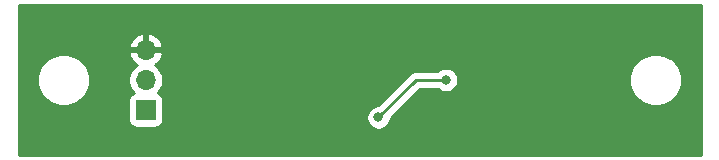
<source format=gbr>
%TF.GenerationSoftware,KiCad,Pcbnew,(5.1.6)-1*%
%TF.CreationDate,2020-09-14T19:28:27+02:00*%
%TF.ProjectId,vacuumSensor,76616375-756d-4536-956e-736f722e6b69,rev?*%
%TF.SameCoordinates,Original*%
%TF.FileFunction,Copper,L2,Bot*%
%TF.FilePolarity,Positive*%
%FSLAX46Y46*%
G04 Gerber Fmt 4.6, Leading zero omitted, Abs format (unit mm)*
G04 Created by KiCad (PCBNEW (5.1.6)-1) date 2020-09-14 19:28:27*
%MOMM*%
%LPD*%
G01*
G04 APERTURE LIST*
%TA.AperFunction,ComponentPad*%
%ADD10O,1.700000X1.700000*%
%TD*%
%TA.AperFunction,ComponentPad*%
%ADD11R,1.700000X1.700000*%
%TD*%
%TA.AperFunction,ViaPad*%
%ADD12C,0.800000*%
%TD*%
%TA.AperFunction,Conductor*%
%ADD13C,0.250000*%
%TD*%
%TA.AperFunction,Conductor*%
%ADD14C,0.254000*%
%TD*%
G04 APERTURE END LIST*
D10*
%TO.P,J1,3*%
%TO.N,GND*%
X109220000Y-93980000D03*
%TO.P,J1,2*%
%TO.N,/out*%
X109220000Y-96520000D03*
D11*
%TO.P,J1,1*%
%TO.N,VCC*%
X109220000Y-99060000D03*
%TD*%
D12*
%TO.N,GND*%
X99695000Y-90805000D03*
X99695000Y-102235000D03*
X155575000Y-90805000D03*
X155575000Y-102235000D03*
X113030000Y-102235000D03*
X113030000Y-90805000D03*
X139065000Y-90805000D03*
X139700000Y-102235000D03*
X125095000Y-102235000D03*
X125095000Y-90805000D03*
X114300000Y-96520000D03*
X128270000Y-96520000D03*
X126365000Y-99695000D03*
X121285000Y-98425000D03*
X121920000Y-93980000D03*
X133985000Y-97790000D03*
X122555000Y-91440000D03*
%TO.N,VCC*%
X128905000Y-99695000D03*
X134620000Y-96520000D03*
%TD*%
D13*
%TO.N,VCC*%
X128905000Y-99695000D02*
X132080000Y-96520000D01*
X132080000Y-96520000D02*
X134620000Y-96520000D01*
%TD*%
D14*
%TO.N,GND*%
G36*
X156185001Y-102845000D02*
G01*
X98450000Y-102845000D01*
X98450000Y-96299872D01*
X100000000Y-96299872D01*
X100000000Y-96740128D01*
X100085890Y-97171925D01*
X100254369Y-97578669D01*
X100498962Y-97944729D01*
X100810271Y-98256038D01*
X101176331Y-98500631D01*
X101583075Y-98669110D01*
X102014872Y-98755000D01*
X102455128Y-98755000D01*
X102886925Y-98669110D01*
X103293669Y-98500631D01*
X103659729Y-98256038D01*
X103705767Y-98210000D01*
X107731928Y-98210000D01*
X107731928Y-99910000D01*
X107744188Y-100034482D01*
X107780498Y-100154180D01*
X107839463Y-100264494D01*
X107918815Y-100361185D01*
X108015506Y-100440537D01*
X108125820Y-100499502D01*
X108245518Y-100535812D01*
X108370000Y-100548072D01*
X110070000Y-100548072D01*
X110194482Y-100535812D01*
X110314180Y-100499502D01*
X110424494Y-100440537D01*
X110521185Y-100361185D01*
X110600537Y-100264494D01*
X110659502Y-100154180D01*
X110695812Y-100034482D01*
X110708072Y-99910000D01*
X110708072Y-99593061D01*
X127870000Y-99593061D01*
X127870000Y-99796939D01*
X127909774Y-99996898D01*
X127987795Y-100185256D01*
X128101063Y-100354774D01*
X128245226Y-100498937D01*
X128414744Y-100612205D01*
X128603102Y-100690226D01*
X128803061Y-100730000D01*
X129006939Y-100730000D01*
X129206898Y-100690226D01*
X129395256Y-100612205D01*
X129564774Y-100498937D01*
X129708937Y-100354774D01*
X129822205Y-100185256D01*
X129900226Y-99996898D01*
X129940000Y-99796939D01*
X129940000Y-99734801D01*
X132394802Y-97280000D01*
X133916289Y-97280000D01*
X133960226Y-97323937D01*
X134129744Y-97437205D01*
X134318102Y-97515226D01*
X134518061Y-97555000D01*
X134721939Y-97555000D01*
X134921898Y-97515226D01*
X135110256Y-97437205D01*
X135279774Y-97323937D01*
X135423937Y-97179774D01*
X135537205Y-97010256D01*
X135615226Y-96821898D01*
X135655000Y-96621939D01*
X135655000Y-96418061D01*
X135631491Y-96299872D01*
X150165000Y-96299872D01*
X150165000Y-96740128D01*
X150250890Y-97171925D01*
X150419369Y-97578669D01*
X150663962Y-97944729D01*
X150975271Y-98256038D01*
X151341331Y-98500631D01*
X151748075Y-98669110D01*
X152179872Y-98755000D01*
X152620128Y-98755000D01*
X153051925Y-98669110D01*
X153458669Y-98500631D01*
X153824729Y-98256038D01*
X154136038Y-97944729D01*
X154380631Y-97578669D01*
X154549110Y-97171925D01*
X154635000Y-96740128D01*
X154635000Y-96299872D01*
X154549110Y-95868075D01*
X154380631Y-95461331D01*
X154136038Y-95095271D01*
X153824729Y-94783962D01*
X153458669Y-94539369D01*
X153051925Y-94370890D01*
X152620128Y-94285000D01*
X152179872Y-94285000D01*
X151748075Y-94370890D01*
X151341331Y-94539369D01*
X150975271Y-94783962D01*
X150663962Y-95095271D01*
X150419369Y-95461331D01*
X150250890Y-95868075D01*
X150165000Y-96299872D01*
X135631491Y-96299872D01*
X135615226Y-96218102D01*
X135537205Y-96029744D01*
X135423937Y-95860226D01*
X135279774Y-95716063D01*
X135110256Y-95602795D01*
X134921898Y-95524774D01*
X134721939Y-95485000D01*
X134518061Y-95485000D01*
X134318102Y-95524774D01*
X134129744Y-95602795D01*
X133960226Y-95716063D01*
X133916289Y-95760000D01*
X132117322Y-95760000D01*
X132079999Y-95756324D01*
X132042676Y-95760000D01*
X132042667Y-95760000D01*
X131931014Y-95770997D01*
X131787753Y-95814454D01*
X131655723Y-95885026D01*
X131572083Y-95953668D01*
X131539999Y-95979999D01*
X131516201Y-96008997D01*
X128865199Y-98660000D01*
X128803061Y-98660000D01*
X128603102Y-98699774D01*
X128414744Y-98777795D01*
X128245226Y-98891063D01*
X128101063Y-99035226D01*
X127987795Y-99204744D01*
X127909774Y-99393102D01*
X127870000Y-99593061D01*
X110708072Y-99593061D01*
X110708072Y-98210000D01*
X110695812Y-98085518D01*
X110659502Y-97965820D01*
X110600537Y-97855506D01*
X110521185Y-97758815D01*
X110424494Y-97679463D01*
X110314180Y-97620498D01*
X110241620Y-97598487D01*
X110373475Y-97466632D01*
X110535990Y-97223411D01*
X110647932Y-96953158D01*
X110705000Y-96666260D01*
X110705000Y-96373740D01*
X110647932Y-96086842D01*
X110535990Y-95816589D01*
X110373475Y-95573368D01*
X110166632Y-95366525D01*
X109984466Y-95244805D01*
X110101355Y-95175178D01*
X110317588Y-94980269D01*
X110491641Y-94746920D01*
X110616825Y-94484099D01*
X110661476Y-94336890D01*
X110540155Y-94107000D01*
X109347000Y-94107000D01*
X109347000Y-94127000D01*
X109093000Y-94127000D01*
X109093000Y-94107000D01*
X107899845Y-94107000D01*
X107778524Y-94336890D01*
X107823175Y-94484099D01*
X107948359Y-94746920D01*
X108122412Y-94980269D01*
X108338645Y-95175178D01*
X108455534Y-95244805D01*
X108273368Y-95366525D01*
X108066525Y-95573368D01*
X107904010Y-95816589D01*
X107792068Y-96086842D01*
X107735000Y-96373740D01*
X107735000Y-96666260D01*
X107792068Y-96953158D01*
X107904010Y-97223411D01*
X108066525Y-97466632D01*
X108198380Y-97598487D01*
X108125820Y-97620498D01*
X108015506Y-97679463D01*
X107918815Y-97758815D01*
X107839463Y-97855506D01*
X107780498Y-97965820D01*
X107744188Y-98085518D01*
X107731928Y-98210000D01*
X103705767Y-98210000D01*
X103971038Y-97944729D01*
X104215631Y-97578669D01*
X104384110Y-97171925D01*
X104470000Y-96740128D01*
X104470000Y-96299872D01*
X104384110Y-95868075D01*
X104215631Y-95461331D01*
X103971038Y-95095271D01*
X103659729Y-94783962D01*
X103293669Y-94539369D01*
X102886925Y-94370890D01*
X102455128Y-94285000D01*
X102014872Y-94285000D01*
X101583075Y-94370890D01*
X101176331Y-94539369D01*
X100810271Y-94783962D01*
X100498962Y-95095271D01*
X100254369Y-95461331D01*
X100085890Y-95868075D01*
X100000000Y-96299872D01*
X98450000Y-96299872D01*
X98450000Y-93623110D01*
X107778524Y-93623110D01*
X107899845Y-93853000D01*
X109093000Y-93853000D01*
X109093000Y-92659186D01*
X109347000Y-92659186D01*
X109347000Y-93853000D01*
X110540155Y-93853000D01*
X110661476Y-93623110D01*
X110616825Y-93475901D01*
X110491641Y-93213080D01*
X110317588Y-92979731D01*
X110101355Y-92784822D01*
X109851252Y-92635843D01*
X109576891Y-92538519D01*
X109347000Y-92659186D01*
X109093000Y-92659186D01*
X108863109Y-92538519D01*
X108588748Y-92635843D01*
X108338645Y-92784822D01*
X108122412Y-92979731D01*
X107948359Y-93213080D01*
X107823175Y-93475901D01*
X107778524Y-93623110D01*
X98450000Y-93623110D01*
X98450000Y-90195000D01*
X156185000Y-90195000D01*
X156185001Y-102845000D01*
G37*
X156185001Y-102845000D02*
X98450000Y-102845000D01*
X98450000Y-96299872D01*
X100000000Y-96299872D01*
X100000000Y-96740128D01*
X100085890Y-97171925D01*
X100254369Y-97578669D01*
X100498962Y-97944729D01*
X100810271Y-98256038D01*
X101176331Y-98500631D01*
X101583075Y-98669110D01*
X102014872Y-98755000D01*
X102455128Y-98755000D01*
X102886925Y-98669110D01*
X103293669Y-98500631D01*
X103659729Y-98256038D01*
X103705767Y-98210000D01*
X107731928Y-98210000D01*
X107731928Y-99910000D01*
X107744188Y-100034482D01*
X107780498Y-100154180D01*
X107839463Y-100264494D01*
X107918815Y-100361185D01*
X108015506Y-100440537D01*
X108125820Y-100499502D01*
X108245518Y-100535812D01*
X108370000Y-100548072D01*
X110070000Y-100548072D01*
X110194482Y-100535812D01*
X110314180Y-100499502D01*
X110424494Y-100440537D01*
X110521185Y-100361185D01*
X110600537Y-100264494D01*
X110659502Y-100154180D01*
X110695812Y-100034482D01*
X110708072Y-99910000D01*
X110708072Y-99593061D01*
X127870000Y-99593061D01*
X127870000Y-99796939D01*
X127909774Y-99996898D01*
X127987795Y-100185256D01*
X128101063Y-100354774D01*
X128245226Y-100498937D01*
X128414744Y-100612205D01*
X128603102Y-100690226D01*
X128803061Y-100730000D01*
X129006939Y-100730000D01*
X129206898Y-100690226D01*
X129395256Y-100612205D01*
X129564774Y-100498937D01*
X129708937Y-100354774D01*
X129822205Y-100185256D01*
X129900226Y-99996898D01*
X129940000Y-99796939D01*
X129940000Y-99734801D01*
X132394802Y-97280000D01*
X133916289Y-97280000D01*
X133960226Y-97323937D01*
X134129744Y-97437205D01*
X134318102Y-97515226D01*
X134518061Y-97555000D01*
X134721939Y-97555000D01*
X134921898Y-97515226D01*
X135110256Y-97437205D01*
X135279774Y-97323937D01*
X135423937Y-97179774D01*
X135537205Y-97010256D01*
X135615226Y-96821898D01*
X135655000Y-96621939D01*
X135655000Y-96418061D01*
X135631491Y-96299872D01*
X150165000Y-96299872D01*
X150165000Y-96740128D01*
X150250890Y-97171925D01*
X150419369Y-97578669D01*
X150663962Y-97944729D01*
X150975271Y-98256038D01*
X151341331Y-98500631D01*
X151748075Y-98669110D01*
X152179872Y-98755000D01*
X152620128Y-98755000D01*
X153051925Y-98669110D01*
X153458669Y-98500631D01*
X153824729Y-98256038D01*
X154136038Y-97944729D01*
X154380631Y-97578669D01*
X154549110Y-97171925D01*
X154635000Y-96740128D01*
X154635000Y-96299872D01*
X154549110Y-95868075D01*
X154380631Y-95461331D01*
X154136038Y-95095271D01*
X153824729Y-94783962D01*
X153458669Y-94539369D01*
X153051925Y-94370890D01*
X152620128Y-94285000D01*
X152179872Y-94285000D01*
X151748075Y-94370890D01*
X151341331Y-94539369D01*
X150975271Y-94783962D01*
X150663962Y-95095271D01*
X150419369Y-95461331D01*
X150250890Y-95868075D01*
X150165000Y-96299872D01*
X135631491Y-96299872D01*
X135615226Y-96218102D01*
X135537205Y-96029744D01*
X135423937Y-95860226D01*
X135279774Y-95716063D01*
X135110256Y-95602795D01*
X134921898Y-95524774D01*
X134721939Y-95485000D01*
X134518061Y-95485000D01*
X134318102Y-95524774D01*
X134129744Y-95602795D01*
X133960226Y-95716063D01*
X133916289Y-95760000D01*
X132117322Y-95760000D01*
X132079999Y-95756324D01*
X132042676Y-95760000D01*
X132042667Y-95760000D01*
X131931014Y-95770997D01*
X131787753Y-95814454D01*
X131655723Y-95885026D01*
X131572083Y-95953668D01*
X131539999Y-95979999D01*
X131516201Y-96008997D01*
X128865199Y-98660000D01*
X128803061Y-98660000D01*
X128603102Y-98699774D01*
X128414744Y-98777795D01*
X128245226Y-98891063D01*
X128101063Y-99035226D01*
X127987795Y-99204744D01*
X127909774Y-99393102D01*
X127870000Y-99593061D01*
X110708072Y-99593061D01*
X110708072Y-98210000D01*
X110695812Y-98085518D01*
X110659502Y-97965820D01*
X110600537Y-97855506D01*
X110521185Y-97758815D01*
X110424494Y-97679463D01*
X110314180Y-97620498D01*
X110241620Y-97598487D01*
X110373475Y-97466632D01*
X110535990Y-97223411D01*
X110647932Y-96953158D01*
X110705000Y-96666260D01*
X110705000Y-96373740D01*
X110647932Y-96086842D01*
X110535990Y-95816589D01*
X110373475Y-95573368D01*
X110166632Y-95366525D01*
X109984466Y-95244805D01*
X110101355Y-95175178D01*
X110317588Y-94980269D01*
X110491641Y-94746920D01*
X110616825Y-94484099D01*
X110661476Y-94336890D01*
X110540155Y-94107000D01*
X109347000Y-94107000D01*
X109347000Y-94127000D01*
X109093000Y-94127000D01*
X109093000Y-94107000D01*
X107899845Y-94107000D01*
X107778524Y-94336890D01*
X107823175Y-94484099D01*
X107948359Y-94746920D01*
X108122412Y-94980269D01*
X108338645Y-95175178D01*
X108455534Y-95244805D01*
X108273368Y-95366525D01*
X108066525Y-95573368D01*
X107904010Y-95816589D01*
X107792068Y-96086842D01*
X107735000Y-96373740D01*
X107735000Y-96666260D01*
X107792068Y-96953158D01*
X107904010Y-97223411D01*
X108066525Y-97466632D01*
X108198380Y-97598487D01*
X108125820Y-97620498D01*
X108015506Y-97679463D01*
X107918815Y-97758815D01*
X107839463Y-97855506D01*
X107780498Y-97965820D01*
X107744188Y-98085518D01*
X107731928Y-98210000D01*
X103705767Y-98210000D01*
X103971038Y-97944729D01*
X104215631Y-97578669D01*
X104384110Y-97171925D01*
X104470000Y-96740128D01*
X104470000Y-96299872D01*
X104384110Y-95868075D01*
X104215631Y-95461331D01*
X103971038Y-95095271D01*
X103659729Y-94783962D01*
X103293669Y-94539369D01*
X102886925Y-94370890D01*
X102455128Y-94285000D01*
X102014872Y-94285000D01*
X101583075Y-94370890D01*
X101176331Y-94539369D01*
X100810271Y-94783962D01*
X100498962Y-95095271D01*
X100254369Y-95461331D01*
X100085890Y-95868075D01*
X100000000Y-96299872D01*
X98450000Y-96299872D01*
X98450000Y-93623110D01*
X107778524Y-93623110D01*
X107899845Y-93853000D01*
X109093000Y-93853000D01*
X109093000Y-92659186D01*
X109347000Y-92659186D01*
X109347000Y-93853000D01*
X110540155Y-93853000D01*
X110661476Y-93623110D01*
X110616825Y-93475901D01*
X110491641Y-93213080D01*
X110317588Y-92979731D01*
X110101355Y-92784822D01*
X109851252Y-92635843D01*
X109576891Y-92538519D01*
X109347000Y-92659186D01*
X109093000Y-92659186D01*
X108863109Y-92538519D01*
X108588748Y-92635843D01*
X108338645Y-92784822D01*
X108122412Y-92979731D01*
X107948359Y-93213080D01*
X107823175Y-93475901D01*
X107778524Y-93623110D01*
X98450000Y-93623110D01*
X98450000Y-90195000D01*
X156185000Y-90195000D01*
X156185001Y-102845000D01*
%TD*%
M02*

</source>
